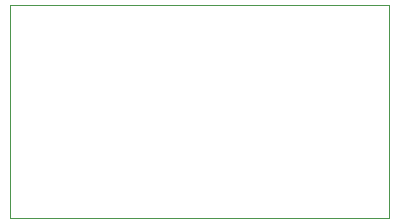
<source format=gbr>
G04 #@! TF.GenerationSoftware,KiCad,Pcbnew,(5.1.5)-3*
G04 #@! TF.CreationDate,2020-06-09T21:02:58-05:00*
G04 #@! TF.ProjectId,pcb,7063622e-6b69-4636-9164-5f7063625858,rev?*
G04 #@! TF.SameCoordinates,Original*
G04 #@! TF.FileFunction,Profile,NP*
%FSLAX46Y46*%
G04 Gerber Fmt 4.6, Leading zero omitted, Abs format (unit mm)*
G04 Created by KiCad (PCBNEW (5.1.5)-3) date 2020-06-09 21:02:58*
%MOMM*%
%LPD*%
G04 APERTURE LIST*
%ADD10C,0.050000*%
G04 APERTURE END LIST*
D10*
X126746000Y-118237000D02*
X126746000Y-100203000D01*
X158877000Y-118237000D02*
X126746000Y-118237000D01*
X158877000Y-100203000D02*
X158877000Y-118237000D01*
X126746000Y-100203000D02*
X158877000Y-100203000D01*
M02*

</source>
